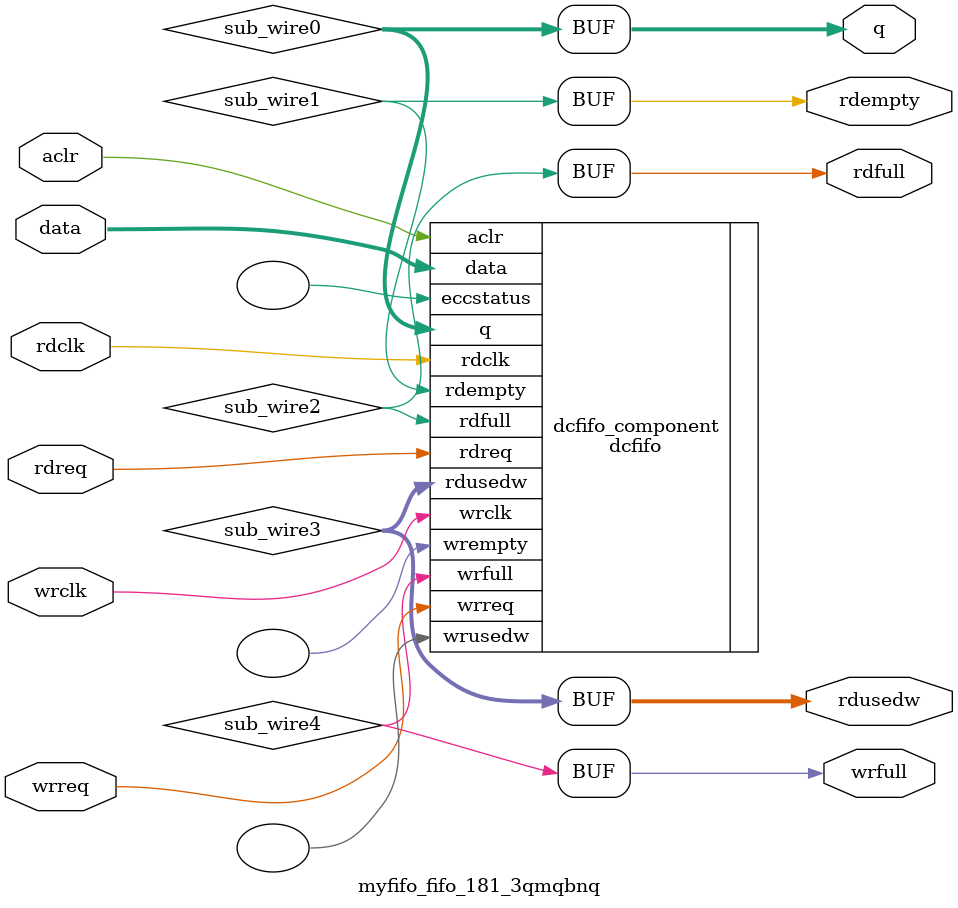
<source format=v>



`timescale 1 ps / 1 ps
// synopsys translate_on
module  myfifo_fifo_181_3qmqbnq  (
    aclr,
    data,
    rdclk,
    rdreq,
    wrclk,
    wrreq,
    q,
    rdempty,
    rdfull,
    rdusedw,
    wrfull);

    input    aclr;
    input  [63:0]  data;
    input    rdclk;
    input    rdreq;
    input    wrclk;
    input    wrreq;
    output [63:0]  q;
    output   rdempty;
    output   rdfull;
    output [9:0]  rdusedw;
    output   wrfull;
`ifndef ALTERA_RESERVED_QIS
// synopsys translate_off
`endif
    tri0     aclr;
`ifndef ALTERA_RESERVED_QIS
// synopsys translate_on
`endif

    wire [63:0] sub_wire0;
    wire  sub_wire1;
    wire  sub_wire2;
    wire [9:0] sub_wire3;
    wire  sub_wire4;
    wire [63:0] q = sub_wire0[63:0];
    wire  rdempty = sub_wire1;
    wire  rdfull = sub_wire2;
    wire [9:0] rdusedw = sub_wire3[9:0];
    wire  wrfull = sub_wire4;

    dcfifo  dcfifo_component (
                .aclr (aclr),
                .data (data),
                .rdclk (rdclk),
                .rdreq (rdreq),
                .wrclk (wrclk),
                .wrreq (wrreq),
                .q (sub_wire0),
                .rdempty (sub_wire1),
                .rdfull (sub_wire2),
                .rdusedw (sub_wire3),
                .wrfull (sub_wire4),
                .eccstatus (),
                .wrempty (),
                .wrusedw ());
    defparam
        dcfifo_component.enable_ecc  = "FALSE",
        dcfifo_component.intended_device_family  = "Cyclone 10 GX",
        dcfifo_component.lpm_hint  = "MAXIMUM_DEPTH=1024,DISABLE_DCFIFO_EMBEDDED_TIMING_CONSTRAINT=TRUE",
        dcfifo_component.lpm_numwords  = 1024,
        dcfifo_component.lpm_showahead  = "OFF",
        dcfifo_component.lpm_type  = "dcfifo",
        dcfifo_component.lpm_width  = 64,
        dcfifo_component.lpm_widthu  = 10,
        dcfifo_component.overflow_checking  = "ON",
        dcfifo_component.rdsync_delaypipe  = 5,
        dcfifo_component.read_aclr_synch  = "ON",
        dcfifo_component.underflow_checking  = "ON",
        dcfifo_component.use_eab  = "ON",
        dcfifo_component.write_aclr_synch  = "ON",
        dcfifo_component.wrsync_delaypipe  = 5;


endmodule



</source>
